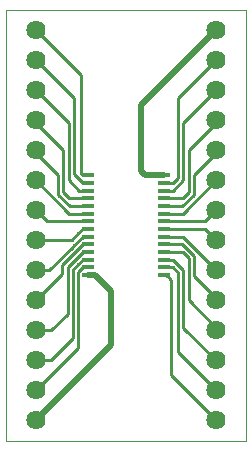
<source format=gtl>
G75*
%MOIN*%
%OFA0B0*%
%FSLAX25Y25*%
%IPPOS*%
%LPD*%
%AMOC8*
5,1,8,0,0,1.08239X$1,22.5*
%
%ADD10C,0.00000*%
%ADD11C,0.06400*%
%ADD12R,0.03937X0.01181*%
%ADD13C,0.01000*%
%ADD14C,0.02000*%
D10*
X0001000Y0001000D02*
X0001000Y0144701D01*
X0080921Y0144701D01*
X0080921Y0001000D01*
X0001000Y0001000D01*
D11*
X0011000Y0007984D03*
X0011000Y0017984D03*
X0011000Y0027984D03*
X0011000Y0037984D03*
X0011000Y0047984D03*
X0011000Y0057984D03*
X0011000Y0067984D03*
X0011000Y0077984D03*
X0011000Y0087984D03*
X0011000Y0097984D03*
X0011000Y0107984D03*
X0011000Y0117984D03*
X0011000Y0127984D03*
X0011000Y0137984D03*
X0071000Y0137984D03*
X0071000Y0127984D03*
X0071000Y0117984D03*
X0071000Y0107984D03*
X0071000Y0097984D03*
X0071000Y0087984D03*
X0071000Y0077984D03*
X0071000Y0067984D03*
X0071000Y0057984D03*
X0071000Y0047984D03*
X0071000Y0037984D03*
X0071000Y0027984D03*
X0071000Y0017984D03*
X0071000Y0007984D03*
D12*
X0053598Y0056350D03*
X0053598Y0058909D03*
X0053598Y0061468D03*
X0053598Y0064027D03*
X0053598Y0066586D03*
X0053598Y0069145D03*
X0053598Y0071704D03*
X0053598Y0074263D03*
X0053598Y0076822D03*
X0053598Y0079381D03*
X0053598Y0081940D03*
X0053598Y0084499D03*
X0053598Y0087058D03*
X0053598Y0089618D03*
X0028402Y0089618D03*
X0028402Y0087058D03*
X0028402Y0084499D03*
X0028402Y0081940D03*
X0028402Y0079381D03*
X0028402Y0076822D03*
X0028402Y0074263D03*
X0028402Y0071704D03*
X0028402Y0069145D03*
X0028402Y0066586D03*
X0028402Y0064027D03*
X0028402Y0061468D03*
X0028402Y0058909D03*
X0028402Y0056350D03*
D13*
X0028402Y0058909D02*
X0026563Y0058909D01*
X0025133Y0057479D01*
X0025133Y0032117D01*
X0011000Y0017984D01*
X0011000Y0027984D02*
X0016000Y0027984D01*
X0023333Y0035317D01*
X0023333Y0058224D01*
X0025133Y0060024D01*
X0025133Y0060038D01*
X0026563Y0061468D01*
X0028402Y0061468D01*
X0028402Y0064027D02*
X0026563Y0064027D01*
X0021533Y0058997D01*
X0021533Y0043517D01*
X0016000Y0037984D01*
X0011000Y0037984D01*
X0011000Y0047984D02*
X0019733Y0056717D01*
X0019733Y0059743D01*
X0025133Y0065143D01*
X0025133Y0065156D01*
X0026563Y0066586D01*
X0028402Y0066586D01*
X0028402Y0069145D02*
X0026563Y0069145D01*
X0023333Y0065915D01*
X0023333Y0065888D01*
X0015429Y0057984D01*
X0011000Y0057984D01*
X0011000Y0067984D02*
X0022856Y0067984D01*
X0025133Y0070261D01*
X0025133Y0070274D01*
X0026563Y0071704D01*
X0028402Y0071704D01*
X0028402Y0074263D02*
X0014720Y0074263D01*
X0011000Y0077984D01*
X0011000Y0087984D02*
X0022161Y0076822D01*
X0028402Y0076822D01*
X0028277Y0079256D02*
X0028402Y0079381D01*
X0028277Y0079256D02*
X0022273Y0079256D01*
X0018300Y0083229D01*
X0018300Y0089765D01*
X0011000Y0097065D01*
X0011000Y0097984D01*
X0011000Y0107065D02*
X0020100Y0097965D01*
X0020100Y0083975D01*
X0022134Y0081940D01*
X0028402Y0081940D01*
X0028402Y0084499D02*
X0025384Y0084499D01*
X0021900Y0087984D01*
X0021900Y0107084D01*
X0011000Y0117984D01*
X0011000Y0107984D02*
X0011000Y0107065D01*
X0023700Y0115284D02*
X0011000Y0127984D01*
X0011000Y0137984D02*
X0026000Y0122984D01*
X0026000Y0090167D01*
X0026550Y0089618D01*
X0028402Y0089618D01*
X0028402Y0087058D02*
X0026563Y0087058D01*
X0023700Y0089922D01*
X0023700Y0115284D01*
X0053598Y0087058D02*
X0056629Y0087058D01*
X0058300Y0088729D01*
X0058300Y0115284D01*
X0071000Y0127984D01*
X0071000Y0117984D02*
X0060100Y0107084D01*
X0060100Y0087984D01*
X0056616Y0084499D01*
X0053598Y0084499D01*
X0053598Y0081940D02*
X0059865Y0081940D01*
X0061900Y0083975D01*
X0061900Y0097965D01*
X0071000Y0107065D01*
X0071000Y0107984D01*
X0071000Y0097984D02*
X0071000Y0097065D01*
X0063700Y0089765D01*
X0063700Y0083229D01*
X0059727Y0079256D01*
X0059602Y0079381D01*
X0053598Y0079381D01*
X0053598Y0076822D02*
X0059839Y0076822D01*
X0071000Y0087984D01*
X0071000Y0077984D02*
X0067280Y0074263D01*
X0053598Y0074263D01*
X0053598Y0071704D02*
X0067280Y0071704D01*
X0071000Y0067984D01*
X0071000Y0057984D02*
X0059839Y0069145D01*
X0053598Y0069145D01*
X0053723Y0066711D02*
X0053598Y0066586D01*
X0053723Y0066711D02*
X0059727Y0066711D01*
X0063700Y0062738D01*
X0063700Y0056203D01*
X0071000Y0048903D01*
X0071000Y0047984D01*
X0071000Y0038903D02*
X0061900Y0048003D01*
X0061900Y0061992D01*
X0059866Y0064027D01*
X0053598Y0064027D01*
X0053598Y0061468D02*
X0056616Y0061468D01*
X0060100Y0057984D01*
X0060100Y0038884D01*
X0071000Y0027984D01*
X0071000Y0037984D02*
X0071000Y0038903D01*
X0058300Y0030684D02*
X0071000Y0017984D01*
X0071000Y0007984D02*
X0056000Y0022984D01*
X0056000Y0053948D01*
X0055998Y0054045D01*
X0055992Y0054141D01*
X0055982Y0054238D01*
X0055969Y0054333D01*
X0055951Y0054428D01*
X0055930Y0054523D01*
X0055905Y0054616D01*
X0055876Y0054709D01*
X0055844Y0054800D01*
X0055808Y0054890D01*
X0055768Y0054978D01*
X0055725Y0055064D01*
X0055678Y0055149D01*
X0055628Y0055232D01*
X0055575Y0055312D01*
X0055518Y0055391D01*
X0055459Y0055467D01*
X0055396Y0055541D01*
X0055330Y0055612D01*
X0055262Y0055680D01*
X0055191Y0055746D01*
X0055117Y0055809D01*
X0055041Y0055868D01*
X0054962Y0055925D01*
X0054882Y0055978D01*
X0054799Y0056028D01*
X0054714Y0056075D01*
X0054628Y0056118D01*
X0054540Y0056158D01*
X0054450Y0056194D01*
X0054359Y0056226D01*
X0054266Y0056255D01*
X0054173Y0056280D01*
X0054078Y0056301D01*
X0053983Y0056319D01*
X0053888Y0056332D01*
X0053791Y0056342D01*
X0053695Y0056348D01*
X0053598Y0056350D01*
X0053598Y0058909D02*
X0056629Y0058909D01*
X0058300Y0057238D01*
X0058300Y0030684D01*
D14*
X0036000Y0032984D02*
X0011000Y0007984D01*
X0036000Y0032984D02*
X0036000Y0051000D01*
X0030650Y0056350D01*
X0028402Y0056350D01*
X0047382Y0089618D02*
X0046000Y0091000D01*
X0046000Y0112984D01*
X0071000Y0137984D01*
X0053598Y0089618D02*
X0047382Y0089618D01*
M02*

</source>
